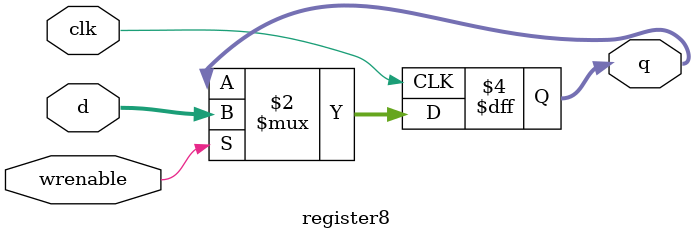
<source format=v>

module registerDFF
(
output reg	q,
input		d,
input		wrenable,
input		clk
);

    always @(posedge clk) begin
        if(wrenable) begin
            q <= d;
        end
    end

endmodule

module register8
(
output reg [7:0] q,
input       [7:0] d,
input       wrenable,
input       clk
);
//genvar i;
//generate
//for (i=0;i<32;i=i+1)begin
    always @(posedge clk) begin
        if(wrenable) begin
            q<= d;
        end
    end
  //  end
endmodule

// module registerDFF8
// #(parameter width =8),
// )
// (
// output reg	[width-1:0] q,
// input [width-1:0]		d,
// input		wrenable,
// input		clk
// );
//
//     always @(posedge clk) begin
//         if(wrenable) begin
//             q <= d;
//         end
//     end
//
// endmodule

</source>
